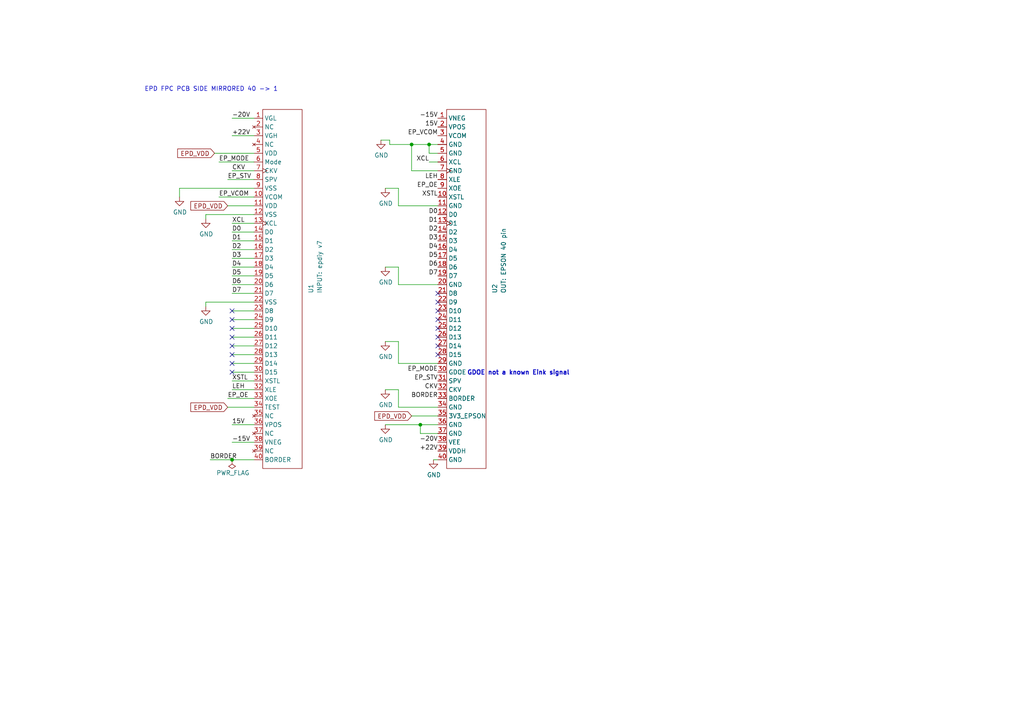
<source format=kicad_sch>
(kicad_sch (version 20231120) (generator "eeschema") (generator_version "8.0")
  (paper "A4")
  (title_block (title "epdiy v7 to 40 pin adapter (EPSON)") (rev "1.0"))
  (lib_symbols
    (symbol "ED078KH6_1"
      (property "Reference" "U2" (at 16.5131 -50.8 90))
      (property "Value" "OUT: EPSON 40 pin" (at 19.05 -50.8 90))
      (symbol "ED078KH6_1_0_1"
        (rectangle (start 2.54 2.54) (end 13.97 -101.6) (stroke (width 0.1524)))
      )
      (symbol "ED078KH6_1_1_0"
        (pin power_in line (at 0 0 0) (length 2.54) (name "VNEG") (number "1"))
        (pin input line (at 0 -22.86 0) (length 2.54) (name "XSTL") (number "10"))
        (pin power_in line (at 0 -25.4 0) (length 2.54) (name "GND") (number "11"))
        (pin input line (at 0 -27.94 0) (length 2.54) (name "D0") (number "12"))
        (pin input clock (at 0 -30.48 0) (length 2.54) (name "D1") (number "13"))
        (pin input line (at 0 -33.02 0) (length 2.54) (name "D2") (number "14"))
        (pin input line (at 0 -35.56 0) (length 2.54) (name "D3") (number "15"))
        (pin input line (at 0 -38.1 0) (length 2.54) (name "D4") (number "16"))
        (pin input line (at 0 -40.64 0) (length 2.54) (name "D5") (number "17"))
        (pin input line (at 0 -43.18 0) (length 2.54) (name "D6") (number "18"))
        (pin input line (at 0 -45.72 0) (length 2.54) (name "D7") (number "19"))
        (pin power_in line (at 0 -2.54 0) (length 2.54) (name "VPOS") (number "2"))
        (pin power_in line (at 0 -48.26 0) (length 2.54) (name "GND") (number "20"))
        (pin input line (at 0 -50.8 0) (length 2.54) (name "D8") (number "21"))
        (pin input line (at 0 -53.34 0) (length 2.54) (name "D9") (number "22"))
        (pin input line (at 0 -55.88 0) (length 2.54) (name "D10") (number "23"))
        (pin input line (at 0 -58.42 0) (length 2.54) (name "D11") (number "24"))
        (pin input line (at 0 -60.96 0) (length 2.54) (name "D12") (number "25"))
        (pin input line (at 0 -63.5 0) (length 2.54) (name "D13") (number "26"))
        (pin input line (at 0 -66.04 0) (length 2.54) (name "D14") (number "27"))
        (pin input line (at 0 -68.58 0) (length 2.54) (name "D15") (number "28"))
        (pin power_in line (at 0 -71.12 0) (length 2.54) (name "GND") (number "29"))
        (pin power_in line (at 0 -5.08 0) (length 2.54) (name "VCOM") (number "3"))
        (pin input line (at 0 -73.66 0) (length 2.54) (name "GDOE") (number "30"))
        (pin input line (at 0 -76.2 0) (length 2.54) (name "SPV") (number "31"))
        (pin input line (at 0 -78.74 0) (length 2.54) (name "CKV") (number "32"))
        (pin input line (at 0 -81.28 0) (length 2.54) (name "BORDER") (number "33"))
        (pin power_in line (at 0 -83.82 0) (length 2.54) (name "GND") (number "34"))
        (pin power_in line (at 0 -86.36 0) (length 2.54) (name "3V3_EPSON") (number "35"))
        (pin power_in line (at 0 -88.9 0) (length 2.54) (name "GND") (number "36"))
        (pin power_in line (at 0 -91.44 0) (length 2.54) (name "GND") (number "37"))
        (pin power_in line (at 0 -93.98 0) (length 2.54) (name "VEE") (number "38"))
        (pin power_in line (at 0 -96.52 0) (length 2.54) (name "VDDH") (number "39"))
        (pin power_in line (at 0 -7.62 0) (length 2.54) (name "GND") (number "4"))
        (pin power_in line (at 0 -99.06 0) (length 2.54) (name "GND") (number "40"))
        (pin power_in line (at 0 -10.16 0) (length 2.54) (name "GND") (number "5"))
        (pin input line (at 0 -12.7 0) (length 2.54) (name "XCL") (number "6"))
        (pin power_in clock (at 0 -15.24 0) (length 2.54) (name "GND") (number "7"))
        (pin input line (at 0 -17.78 0) (length 2.54) (name "XLE") (number "8"))
        (pin power_in line (at 0 -20.32 0) (length 2.54) (name "XOE") (number "9"))
      )
    )
    (symbol "epdiy:ED078KH6"
      (property "Reference" "U" (at 5.08 -104.14 0))
      (property "Value" "ED078KH6" (at 7.62 3.81 0))
      (symbol "ED078KH6_0_0"
        (pin power_in line (at 0 0 0) (length 2.54) (name "VGL") (number "1"))
        (pin power_in line (at 0 -22.86 0) (length 2.54) (name "VCOM") (number "10"))
        (pin power_in line (at 0 -25.4 0) (length 2.54) (name "VDD") (number "11"))
        (pin power_in line (at 0 -27.94 0) (length 2.54) (name "VSS") (number "12"))
        (pin input clock (at 0 -30.48 0) (length 2.54) (name "XCL") (number "13"))
        (pin input line (at 0 -33.02 0) (length 2.54) (name "D0") (number "14"))
        (pin input line (at 0 -35.56 0) (length 2.54) (name "D1") (number "15"))
        (pin input line (at 0 -38.1 0) (length 2.54) (name "D2") (number "16"))
        (pin input line (at 0 -40.64 0) (length 2.54) (name "D3") (number "17"))
        (pin input line (at 0 -43.18 0) (length 2.54) (name "D4") (number "18"))
        (pin input line (at 0 -45.72 0) (length 2.54) (name "D5") (number "19"))
        (pin no_connect line (at 0 -2.54 0) (length 2.54) (name "NC") (number "2"))
        (pin input line (at 0 -48.26 0) (length 2.54) (name "D6") (number "20"))
        (pin input line (at 0 -50.8 0) (length 2.54) (name "D7") (number "21"))
        (pin power_in line (at 0 -53.34 0) (length 2.54) (name "VSS") (number "22"))
        (pin input line (at 0 -55.88 0) (length 2.54) (name "D8") (number "23"))
        (pin input line (at 0 -58.42 0) (length 2.54) (name "D9") (number "24"))
        (pin input line (at 0 -60.96 0) (length 2.54) (name "D10") (number "25"))
        (pin input line (at 0 -63.5 0) (length 2.54) (name "D11") (number "26"))
        (pin input line (at 0 -66.04 0) (length 2.54) (name "D12") (number "27"))
        (pin input line (at 0 -68.58 0) (length 2.54) (name "D13") (number "28"))
        (pin input line (at 0 -71.12 0) (length 2.54) (name "D14") (number "29"))
        (pin power_in line (at 0 -5.08 0) (length 2.54) (name "VGH") (number "3"))
        (pin input line (at 0 -73.66 0) (length 2.54) (name "D15") (number "30"))
        (pin input line (at 0 -76.2 0) (length 2.54) (name "XSTL") (number "31"))
        (pin input line (at 0 -78.74 0) (length 2.54) (name "XLE") (number "32"))
        (pin input line (at 0 -81.28 0) (length 2.54) (name "XOE") (number "33"))
        (pin input line (at 0 -83.82 0) (length 2.54) (name "TEST") (number "34"))
        (pin no_connect line (at 0 -86.36 0) (length 2.54) (name "NC") (number "35"))
        (pin power_in line (at 0 -88.9 0) (length 2.54) (name "VPOS") (number "36"))
        (pin no_connect line (at 0 -91.44 0) (length 2.54) (name "NC") (number "37"))
        (pin power_in line (at 0 -93.98 0) (length 2.54) (name "VNEG") (number "38"))
        (pin no_connect line (at 0 -96.52 0) (length 2.54) (name "NC") (number "39"))
        (pin no_connect line (at 0 -7.62 0) (length 2.54) (name "NC") (number "4"))
        (pin power_in line (at 0 -99.06 0) (length 2.54) (name "BORDER") (number "40"))
        (pin power_in line (at 0 -10.16 0) (length 2.54) (name "VDD") (number "5"))
        (pin input line (at 0 -12.7 0) (length 2.54) (name "Mode") (number "6"))
        (pin input clock (at 0 -15.24 0) (length 2.54) (name "CKV") (number "7"))
        (pin input line (at 0 -17.78 0) (length 2.54) (name "SPV") (number "8"))
        (pin power_in line (at 0 -20.32 0) (length 2.54) (name "VSS") (number "9"))
      )
      (symbol "ED078KH6_0_1"
        (rectangle (start 2.54 2.54) (end 13.97 -101.6) (stroke (width 0.1524)))
      )
    )
    (symbol "power:GND" (power) (pin_names (offset 0))
      (property "Value" "GND" (at 0 -3.81 0))
      (symbol "GND_0_1"
        (polyline (pts (xy 0 0) (xy 0 -1.27) (xy 1.27 -1.27) (xy 0 -2.54) (xy -1.27 -1.27) (xy 0 -1.27)))
      )
      (symbol "GND_1_1"
        (pin power_in line (at 0 0 270) (length 0) hide (name "GND") (number "1"))
      )
    )
    (symbol "power:PWR_FLAG" (power) (pin_numbers hide) (pin_names (offset 0) hide)
      (property "Value" "PWR_FLAG" (at 0 3.81 0))
      (symbol "PWR_FLAG_0_0"
        (pin power_out line (at 0 0 90) (length 0) (name "pwr") (number "1"))
      )
      (symbol "PWR_FLAG_0_1"
        (polyline (pts (xy 0 0) (xy 0 1.27) (xy -1.016 1.905) (xy 0 2.54) (xy 1.016 1.905) (xy 0 1.27)))
      )
    )
  )
  (junction (at 67.31 133.35))
  (junction (at 121.92 123.19))
  (junction (at 124.46 41.91))
  (junction (at 119.38 41.91))
  (no_connect (at 67.31 92.71))
  (no_connect (at 67.31 105.41))
  (no_connect (at 127 92.71))
  (no_connect (at 67.31 97.79))
  (no_connect (at 127 97.79))
  (no_connect (at 127 100.33))
  (no_connect (at 127 95.25))
  (no_connect (at 127 87.63))
  (no_connect (at 67.31 95.25))
  (no_connect (at 127 90.17))
  (no_connect (at 127 85.09))
  (no_connect (at 67.31 90.17))
  (no_connect (at 67.31 100.33))
  (no_connect (at 127 102.87))
  (no_connect (at 67.31 102.87))
  (no_connect (at 67.31 107.95))
  (wire (pts (xy 115.57 54.61) (xy 115.57 59.69)))
  (wire (pts (xy 66.04 52.07) (xy 73.66 52.07)))
  (wire (pts (xy 67.31 110.49) (xy 73.66 110.49)))
  (wire (pts (xy 67.31 77.47) (xy 73.66 77.47)))
  (wire (pts (xy 67.31 133.35) (xy 73.66 133.35)))
  (wire (pts (xy 67.31 92.71) (xy 73.66 92.71)))
  (wire (pts (xy 121.92 125.73) (xy 121.92 123.19)))
  (wire (pts (xy 111.76 54.61) (xy 115.57 54.61)))
  (wire (pts (xy 115.57 59.69) (xy 127 59.69)))
  (wire (pts (xy 59.69 87.63) (xy 73.66 87.63)))
  (wire (pts (xy 67.31 97.79) (xy 73.66 97.79)))
  (wire (pts (xy 111.76 77.47) (xy 115.57 77.47)))
  (wire (pts (xy 67.31 64.77) (xy 73.66 64.77)))
  (wire (pts (xy 67.31 100.33) (xy 73.66 100.33)))
  (wire (pts (xy 127 49.53) (xy 119.38 49.53)))
  (wire (pts (xy 67.31 67.31) (xy 73.66 67.31)))
  (wire (pts (xy 60.96 133.35) (xy 67.31 133.35)))
  (wire (pts (xy 121.92 123.19) (xy 127 123.19)))
  (wire (pts (xy 59.69 63.5) (xy 59.69 62.23)))
  (wire (pts (xy 67.31 102.87) (xy 73.66 102.87)))
  (wire (pts (xy 119.38 49.53) (xy 119.38 41.91)))
  (wire (pts (xy 59.69 88.9) (xy 59.69 87.63)))
  (wire (pts (xy 67.31 82.55) (xy 73.66 82.55)))
  (wire (pts (xy 67.31 80.01) (xy 73.66 80.01)))
  (wire (pts (xy 115.57 113.03) (xy 115.57 118.11)))
  (wire (pts (xy 111.76 123.19) (xy 121.92 123.19)))
  (wire (pts (xy 67.31 72.39) (xy 73.66 72.39)))
  (wire (pts (xy 59.69 62.23) (xy 73.66 62.23)))
  (wire (pts (xy 124.46 44.45) (xy 124.46 41.91)))
  (wire (pts (xy 125.73 133.35) (xy 127 133.35)))
  (wire (pts (xy 111.76 113.03) (xy 115.57 113.03)))
  (wire (pts (xy 73.66 128.27) (xy 67.31 128.27)))
  (wire (pts (xy 115.57 99.06) (xy 115.57 105.41)))
  (wire (pts (xy 127 125.73) (xy 121.92 125.73)))
  (wire (pts (xy 115.57 77.47) (xy 115.57 82.55)))
  (wire (pts (xy 67.31 69.85) (xy 73.66 69.85)))
  (wire (pts (xy 52.07 54.61) (xy 73.66 54.61)))
  (wire (pts (xy 63.5 46.99) (xy 73.66 46.99)))
  (wire (pts (xy 127 44.45) (xy 124.46 44.45)))
  (wire (pts (xy 67.31 49.53) (xy 73.66 49.53)))
  (wire (pts (xy 115.57 82.55) (xy 127 82.55)))
  (wire (pts (xy 67.31 95.25) (xy 73.66 95.25)))
  (wire (pts (xy 66.04 59.69) (xy 73.66 59.69)))
  (wire (pts (xy 115.57 105.41) (xy 127 105.41)))
  (wire (pts (xy 124.46 41.91) (xy 119.38 41.91)))
  (wire (pts (xy 67.31 34.29) (xy 73.66 34.29)))
  (wire (pts (xy 67.31 85.09) (xy 73.66 85.09)))
  (wire (pts (xy 63.5 57.15) (xy 73.66 57.15)))
  (wire (pts (xy 52.07 54.61) (xy 52.07 57.15)))
  (wire (pts (xy 62.23 44.45) (xy 73.66 44.45)))
  (wire (pts (xy 67.31 105.41) (xy 73.66 105.41)))
  (wire (pts (xy 113.03 40.64) (xy 110.49 40.64)))
  (wire (pts (xy 127 41.91) (xy 124.46 41.91)))
  (wire (pts (xy 124.46 46.99) (xy 127 46.99)))
  (wire (pts (xy 67.31 74.93) (xy 73.66 74.93)))
  (wire (pts (xy 119.38 41.91) (xy 113.03 41.91)))
  (wire (pts (xy 66.04 118.11) (xy 73.66 118.11)))
  (wire (pts (xy 67.31 39.37) (xy 73.66 39.37)))
  (wire (pts (xy 113.03 41.91) (xy 113.03 40.64)))
  (wire (pts (xy 67.31 90.17) (xy 73.66 90.17)))
  (wire (pts (xy 115.57 118.11) (xy 127 118.11)))
  (wire (pts (xy 67.31 123.19) (xy 73.66 123.19)))
  (wire (pts (xy 66.04 115.57) (xy 73.66 115.57)))
  (wire (pts (xy 119.38 120.65) (xy 127 120.65)))
  (wire (pts (xy 67.31 107.95) (xy 73.66 107.95)))
  (wire (pts (xy 67.31 113.03) (xy 73.66 113.03)))
  (wire (pts (xy 111.76 99.06) (xy 115.57 99.06)))
  (text "EPD FPC PCB SIDE MIRRORED 40 -> 1" (at 41.91 26.67 0) (effects (font (size 1.27 1.27)) (justify left bottom)))
  (text "GDOE not a known Eink signal" (at 150.368 108.204 0) (effects (font (size 1.27 1.27) (thickness 0.254) (bold yes))))
  (label "EP_MODE" (at 63.5 46.99 0))
  (label "BORDER" (at 60.96 133.35 0))
  (label "D6" (at 127 77.47 180))
  (label "D4" (at 67.31 77.47 0))
  (label "D1" (at 127 64.77 180))
  (label "XSTL" (at 127 57.15 180))
  (label "D5" (at 127 74.93 180))
  (label "EP_OE" (at 66.04 115.57 0))
  (label "D2" (at 67.31 72.39 0))
  (label "D7" (at 67.31 85.09 0))
  (label "D0" (at 127 62.23 180))
  (label "EP_MODE" (at 127 107.95 180))
  (label "D7" (at 127 80.01 180))
  (label "-15V" (at 67.31 128.27 0))
  (label "+22V" (at 67.31 39.37 0))
  (label "BORDER" (at 127 115.57 180))
  (label "EP_STV" (at 66.04 52.07 0))
  (label "-20V" (at 67.31 34.29 0))
  (label "D1" (at 67.31 69.85 0))
  (label "XCL" (at 67.31 64.77 0))
  (label "EP_VCOM" (at 127 39.37 180))
  (label "D6" (at 67.31 82.55 0))
  (label "EP_OE" (at 127 54.61 180))
  (label "EP_VCOM" (at 63.5 57.15 0))
  (label "-15V" (at 127 34.29 180))
  (label "CKV" (at 127 113.03 180))
  (label "D3" (at 127 69.85 180))
  (label "D4" (at 127 72.39 180))
  (label "CKV" (at 67.31 49.53 0))
  (label "LEH" (at 67.31 113.03 0))
  (label "D2" (at 127 67.31 180))
  (label "15V" (at 67.31 123.19 0))
  (label "EP_STV" (at 127 110.49 180))
  (label "D3" (at 67.31 74.93 0))
  (label "+22V" (at 127 130.81 180))
  (label "LEH" (at 127 52.07 180))
  (label "XSTL" (at 67.31 110.49 0))
  (label "D5" (at 67.31 80.01 0))
  (label "-20V" (at 127 128.27 180))
  (label "XCL" (at 124.46 46.99 180))
  (label "D0" (at 67.31 67.31 0))
  (label "15V" (at 127 36.83 180))
  (global_label "EPD_VDD" (shape input) (at 66.04 118.11 180) (property "Intersheetrefs" "${INTERSHEET_REFS}" (effects (hide yes))) (property "Referenzen zwischen Schaltplänen" "${INTERSHEET_REFS}" (effects (hide yes))))
  (global_label "EPD_VDD" (shape input) (at 62.23 44.45 180) (property "Intersheetrefs" "${INTERSHEET_REFS}" (effects (hide yes))) (property "Referenzen zwischen Schaltplänen" "${INTERSHEET_REFS}" (effects (hide yes))))
  (global_label "EPD_VDD" (shape input) (at 119.38 120.65 180) (property "Intersheetrefs" "${INTERSHEET_REFS}" (effects (hide yes))) (property "Referenzen zwischen Schaltplänen" "${INTERSHEET_REFS}" (effects (hide yes))))
  (global_label "EPD_VDD" (shape input) (at 66.04 59.69 180) (property "Intersheetrefs" "${INTERSHEET_REFS}" (effects (hide yes))) (property "Referenzen zwischen Schaltplänen" "${INTERSHEET_REFS}" (effects (hide yes))))
  (symbol (lib_id "power:PWR_FLAG") (at 67.31 133.35 180) (unit 1)
    (property "Reference" "#U01" (effects (hide yes)))
    (property "Value" "PWR_FLAG" (at 72.39 137.16 0) (effects (justify left)))
  )
  (symbol (lib_id "power:GND") (at 59.69 63.5 0) (unit 1)
    (property "Reference" "#PWR02" (effects (hide yes)))
    (property "Value" "GND" (at 59.817 67.8942 0))
  )
  (symbol (lib_id "power:GND") (at 111.76 113.03 0) (unit 1)
    (property "Reference" "#PWR09" (effects (hide yes)))
    (property "Value" "GND" (at 111.887 117.4242 0))
  )
  (symbol (lib_id "power:GND") (at 111.76 123.19 0) (unit 1)
    (property "Reference" "#PWR010" (effects (hide yes)))
    (property "Value" "GND" (at 111.887 127.5842 0))
  )
  (symbol (lib_id "power:GND") (at 111.76 54.61 0) (unit 1)
    (property "Reference" "#PWR05" (effects (hide yes)))
    (property "Value" "GND" (at 111.887 59.0042 0))
  )
  (symbol (lib_id "power:GND") (at 125.73 133.35 0) (unit 1)
    (property "Reference" "#PWR08" (effects (hide yes)))
    (property "Value" "GND" (at 125.857 137.7442 0))
  )
  (symbol (lib_id "power:GND") (at 59.69 88.9 0) (unit 1)
    (property "Reference" "#PWR03" (effects (hide yes)))
    (property "Value" "GND" (at 59.817 93.2942 0))
  )
  (symbol (lib_id "power:GND") (at 111.76 99.06 0) (unit 1)
    (property "Reference" "#PWR07" (effects (hide yes)))
    (property "Value" "GND" (at 111.887 103.4542 0))
  )
  (symbol (lib_id "power:GND") (at 110.49 40.64 0) (unit 1)
    (property "Reference" "#PWR04" (effects (hide yes)))
    (property "Value" "GND" (at 110.617 45.0342 0))
  )
  (symbol (lib_name "ED078KH6_1") (lib_id "epdiy:ED078KH6") (at 127 34.29 0) (unit 1)
    (property "Reference" "U2" (at 143.5131 85.09 90) (effects (justify left)))
    (property "Value" "OUT: EPSON 40 pin" (at 146.05 85.09 90) (effects (justify left)))
    (property "Footprint" "footprints:C262674_AFC01S40FCA00" (effects (hide yes)))
    (property "LCSC" "C262674" (effects (hide yes)))
  )
  (symbol (lib_id "epdiy:ED078KH6") (at 73.66 34.29 0) (unit 1)
    (property "Reference" "U1" (at 90.1731 85.09 90) (effects (justify left)))
    (property "Value" "INPUT: epdiy v7" (at 92.71 85.09 90) (effects (justify left)))
    (property "Footprint" "footprints:C262674_AFC01S40FCA00" (effects (hide yes)))
    (property "LCSC" "C262674" (effects (hide yes)))
  )
  (symbol (lib_id "power:GND") (at 111.76 77.47 0) (unit 1)
    (property "Reference" "#PWR06" (effects (hide yes)))
    (property "Value" "GND" (at 111.887 81.8642 0))
  )
  (symbol (lib_id "power:GND") (at 52.07 57.15 0) (unit 1)
    (property "Reference" "#PWR01" (effects (hide yes)))
    (property "Value" "GND" (at 52.197 61.5442 0))
  )
)
</source>
